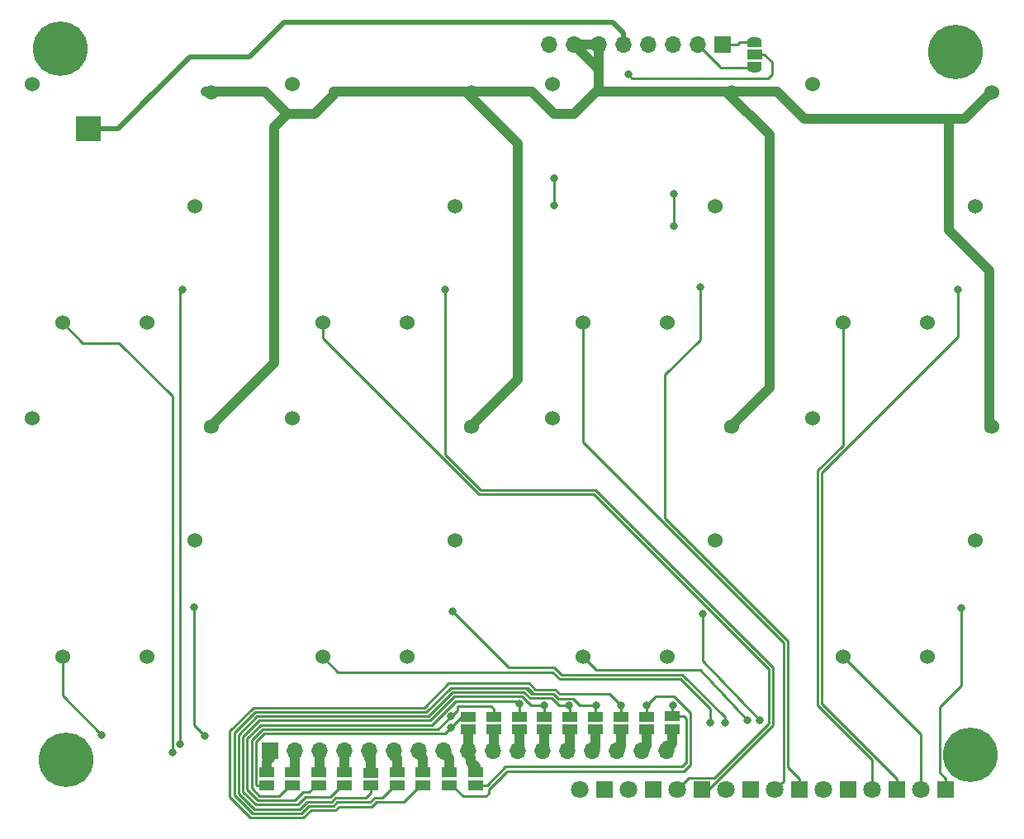
<source format=gbr>
%TF.GenerationSoftware,KiCad,Pcbnew,5.1.4*%
%TF.CreationDate,2019-11-11T15:35:15+01:00*%
%TF.ProjectId,balancer,62616c61-6e63-4657-922e-6b696361645f,rev?*%
%TF.SameCoordinates,Original*%
%TF.FileFunction,Copper,L2,Bot*%
%TF.FilePolarity,Positive*%
%FSLAX46Y46*%
G04 Gerber Fmt 4.6, Leading zero omitted, Abs format (unit mm)*
G04 Created by KiCad (PCBNEW 5.1.4) date 2019-11-11 15:35:15*
%MOMM*%
%LPD*%
G04 APERTURE LIST*
%ADD10C,1.524000*%
%ADD11C,1.800000*%
%ADD12R,1.800000X1.800000*%
%ADD13C,5.600000*%
%ADD14R,2.500000X2.500000*%
%ADD15R,1.500000X1.000000*%
%ADD16C,0.500000*%
%ADD17C,0.100000*%
%ADD18O,1.700000X1.700000*%
%ADD19R,1.700000X1.700000*%
%ADD20C,0.800000*%
%ADD21C,0.250000*%
%ADD22C,1.000000*%
%ADD23C,0.500000*%
G04 APERTURE END LIST*
D10*
X163893500Y-65403200D03*
X158957500Y-77293200D03*
X150297500Y-77293200D03*
X165597700Y-53697200D03*
X147152500Y-52844800D03*
D11*
X149978400Y-125254700D03*
D12*
X152518400Y-125254700D03*
D11*
X154978400Y-125254700D03*
D12*
X157518400Y-125254700D03*
D11*
X159978400Y-125254700D03*
D12*
X162518400Y-125254700D03*
D11*
X164978400Y-125254700D03*
D12*
X167518400Y-125254700D03*
D11*
X169978400Y-125254700D03*
D12*
X172518400Y-125254700D03*
D11*
X174978400Y-125254700D03*
D12*
X177518400Y-125254700D03*
D11*
X179978400Y-125254700D03*
D12*
X182518400Y-125254700D03*
D11*
X184978400Y-125254700D03*
D12*
X187518400Y-125254700D03*
D13*
X189992000Y-121666000D03*
X97282000Y-122174000D03*
X96735900Y-49202340D03*
X188468000Y-49530000D03*
D10*
X190563500Y-65403200D03*
X185627500Y-77293200D03*
X176967500Y-77293200D03*
X192267700Y-53697200D03*
X173822500Y-52844800D03*
X110553500Y-65403200D03*
X105617500Y-77293200D03*
X96957500Y-77293200D03*
X112257700Y-53697200D03*
X93812500Y-52844800D03*
D14*
X99568000Y-57404000D03*
D15*
X167894000Y-49814000D03*
D16*
X167894000Y-48514000D03*
D17*
G36*
X167144602Y-48514000D02*
G01*
X167144602Y-48489466D01*
X167149412Y-48440635D01*
X167158984Y-48392510D01*
X167173228Y-48345555D01*
X167192005Y-48300222D01*
X167215136Y-48256949D01*
X167242396Y-48216150D01*
X167273524Y-48178221D01*
X167308221Y-48143524D01*
X167346150Y-48112396D01*
X167386949Y-48085136D01*
X167430222Y-48062005D01*
X167475555Y-48043228D01*
X167522510Y-48028984D01*
X167570635Y-48019412D01*
X167619466Y-48014602D01*
X167644000Y-48014602D01*
X167644000Y-48014000D01*
X168144000Y-48014000D01*
X168144000Y-48014602D01*
X168168534Y-48014602D01*
X168217365Y-48019412D01*
X168265490Y-48028984D01*
X168312445Y-48043228D01*
X168357778Y-48062005D01*
X168401051Y-48085136D01*
X168441850Y-48112396D01*
X168479779Y-48143524D01*
X168514476Y-48178221D01*
X168545604Y-48216150D01*
X168572864Y-48256949D01*
X168595995Y-48300222D01*
X168614772Y-48345555D01*
X168629016Y-48392510D01*
X168638588Y-48440635D01*
X168643398Y-48489466D01*
X168643398Y-48514000D01*
X168644000Y-48514000D01*
X168644000Y-49064000D01*
X167144000Y-49064000D01*
X167144000Y-48514000D01*
X167144602Y-48514000D01*
X167144602Y-48514000D01*
G37*
D16*
X167894000Y-51114000D03*
D17*
G36*
X168644000Y-50564000D02*
G01*
X168644000Y-51114000D01*
X168643398Y-51114000D01*
X168643398Y-51138534D01*
X168638588Y-51187365D01*
X168629016Y-51235490D01*
X168614772Y-51282445D01*
X168595995Y-51327778D01*
X168572864Y-51371051D01*
X168545604Y-51411850D01*
X168514476Y-51449779D01*
X168479779Y-51484476D01*
X168441850Y-51515604D01*
X168401051Y-51542864D01*
X168357778Y-51565995D01*
X168312445Y-51584772D01*
X168265490Y-51599016D01*
X168217365Y-51608588D01*
X168168534Y-51613398D01*
X168144000Y-51613398D01*
X168144000Y-51614000D01*
X167644000Y-51614000D01*
X167644000Y-51613398D01*
X167619466Y-51613398D01*
X167570635Y-51608588D01*
X167522510Y-51599016D01*
X167475555Y-51584772D01*
X167430222Y-51565995D01*
X167386949Y-51542864D01*
X167346150Y-51515604D01*
X167308221Y-51484476D01*
X167273524Y-51449779D01*
X167242396Y-51411850D01*
X167215136Y-51371051D01*
X167192005Y-51327778D01*
X167173228Y-51282445D01*
X167158984Y-51235490D01*
X167149412Y-51187365D01*
X167144602Y-51138534D01*
X167144602Y-51114000D01*
X167144000Y-51114000D01*
X167144000Y-50564000D01*
X168644000Y-50564000D01*
X168644000Y-50564000D01*
G37*
D10*
X137223500Y-65403200D03*
X132287500Y-77293200D03*
X123627500Y-77293200D03*
X138927700Y-53697200D03*
X120482500Y-52844800D03*
X190563500Y-99693200D03*
X185627500Y-111583200D03*
X176967500Y-111583200D03*
X192267700Y-87987200D03*
X173822500Y-87134800D03*
X110553500Y-99693200D03*
X105617500Y-111583200D03*
X96957500Y-111583200D03*
X112257700Y-87987200D03*
X93812500Y-87134800D03*
X137223500Y-99693200D03*
X132287500Y-111583200D03*
X123627500Y-111583200D03*
X138927700Y-87987200D03*
X120482500Y-87134800D03*
X163893500Y-99693200D03*
X158957500Y-111583200D03*
X150297500Y-111583200D03*
X165597700Y-87987200D03*
X147152500Y-87134800D03*
D15*
X146380200Y-117749800D03*
X146380200Y-119049800D03*
X117881400Y-124764800D03*
X117881400Y-123464800D03*
X128574800Y-124794800D03*
X128574800Y-123494800D03*
X151561800Y-117749800D03*
X151561800Y-119049800D03*
X141198600Y-117764800D03*
X141198600Y-119064800D03*
X125882400Y-124764800D03*
X125882400Y-123464800D03*
X133934200Y-124779800D03*
X133934200Y-123479800D03*
X156819600Y-117739400D03*
X156819600Y-119039400D03*
X138582400Y-117775200D03*
X138582400Y-119075200D03*
X120523000Y-124764800D03*
X120523000Y-123464800D03*
D18*
X158877000Y-121208800D03*
X156337000Y-121208800D03*
X153797000Y-121208800D03*
X151257000Y-121208800D03*
X148717000Y-121208800D03*
X146177000Y-121208800D03*
X143637000Y-121208800D03*
X141097000Y-121208800D03*
X138557000Y-121208800D03*
X136017000Y-121208800D03*
X133477000Y-121208800D03*
X130937000Y-121208800D03*
X128397000Y-121208800D03*
X125857000Y-121208800D03*
X123317000Y-121208800D03*
X120777000Y-121208800D03*
D19*
X118237000Y-121208800D03*
D15*
X154178000Y-117749800D03*
X154178000Y-119049800D03*
X123215400Y-124764800D03*
X123215400Y-123464800D03*
X143789400Y-117749800D03*
X143789400Y-119049800D03*
X136626600Y-124779800D03*
X136626600Y-123479800D03*
X131267200Y-124790200D03*
X131267200Y-123490200D03*
X159486600Y-117724400D03*
X159486600Y-119024400D03*
X139293600Y-124764800D03*
X139293600Y-123464800D03*
X148971000Y-117739400D03*
X148971000Y-119039400D03*
D18*
X146812000Y-48768000D03*
X149352000Y-48768000D03*
X151892000Y-48768000D03*
X154432000Y-48768000D03*
X156972000Y-48768000D03*
X159512000Y-48768000D03*
X162052000Y-48768000D03*
D19*
X164592000Y-48768000D03*
D20*
X189128400Y-106603800D03*
X188722000Y-73914000D03*
X167132000Y-118110000D03*
X162560000Y-107188000D03*
X168409635Y-118102365D03*
X162306000Y-73660000D03*
X163322000Y-118364000D03*
X136906000Y-106934000D03*
X164846000Y-118364000D03*
X136144000Y-73914000D03*
X100990400Y-119608600D03*
X110472220Y-106519980D03*
X111582200Y-119748300D03*
X108254800Y-121386600D03*
X109298740Y-73941940D03*
X109016800Y-120611900D03*
X149860000Y-55372000D03*
X147320000Y-62484000D03*
X147320000Y-65278000D03*
X154940000Y-51816000D03*
X159512000Y-116586000D03*
X156845000Y-116586000D03*
X154178000Y-116586000D03*
X151638000Y-116586000D03*
X148920200Y-116611400D03*
X146380200Y-116586000D03*
X143789400Y-116459000D03*
X136779000Y-117729000D03*
X136779000Y-118872000D03*
X159634347Y-67441653D03*
X159639000Y-64135000D03*
D21*
X184978400Y-119594100D02*
X176967500Y-111583200D01*
X184978400Y-125254700D02*
X184978400Y-119594100D01*
X186866999Y-123453299D02*
X186866999Y-116802701D01*
X187518400Y-125254700D02*
X187518400Y-124104700D01*
X187518400Y-124104700D02*
X186866999Y-123453299D01*
X186866999Y-116802701D02*
X189128400Y-114541300D01*
X189128400Y-114541300D02*
X189128400Y-106603800D01*
X176967500Y-88029400D02*
X176967500Y-77293200D01*
X179978400Y-122201110D02*
X174371890Y-116594600D01*
X174371891Y-92491799D02*
X176967500Y-89896190D01*
X179978400Y-125254700D02*
X179978400Y-122201110D01*
X174371890Y-116594600D02*
X174371891Y-92491799D01*
X176967500Y-89896190D02*
X176967500Y-88029400D01*
X182518400Y-124104700D02*
X174821900Y-116408200D01*
X182518400Y-125254700D02*
X182518400Y-124104700D01*
X174821900Y-116408200D02*
X174821900Y-92678200D01*
X188722000Y-78778100D02*
X188722000Y-73914000D01*
X174821900Y-92678200D02*
X188722000Y-78778100D01*
X151059499Y-112345199D02*
X150297500Y-111583200D01*
X162330933Y-112978733D02*
X151693033Y-112978733D01*
X151693033Y-112978733D02*
X151059499Y-112345199D01*
X167132000Y-118110000D02*
X162330933Y-112978733D01*
X168409635Y-118102365D02*
X162560000Y-112041281D01*
X162560000Y-112041281D02*
X162560000Y-107188000D01*
X150297500Y-78370830D02*
X150297500Y-77293200D01*
X150297500Y-89567510D02*
X150297500Y-78370830D01*
X170878399Y-110148409D02*
X150297500Y-89567510D01*
X170878399Y-124354701D02*
X170878399Y-110148409D01*
X169978400Y-125254700D02*
X170878399Y-124354701D01*
X162306000Y-79070200D02*
X162306000Y-73660000D01*
X158724600Y-82651600D02*
X162306000Y-79070200D01*
X172518400Y-125254700D02*
X172518400Y-124104700D01*
X172518400Y-124104700D02*
X171328409Y-122914709D01*
X158724600Y-97358200D02*
X158724600Y-82651600D01*
X171328409Y-122914709D02*
X171328409Y-109962009D01*
X171328409Y-109962009D02*
X158724600Y-97358200D01*
X163322000Y-116910725D02*
X163322000Y-118364000D01*
X160290028Y-113878753D02*
X163322000Y-116910725D01*
X147914753Y-113878753D02*
X160290028Y-113878753D01*
X125214000Y-113169700D02*
X147205700Y-113169700D01*
X147205700Y-113169700D02*
X147914753Y-113878753D01*
X123627500Y-111583200D02*
X125214000Y-113169700D01*
X164846000Y-118364000D02*
X164846000Y-117798315D01*
X147392100Y-112719690D02*
X142691690Y-112719690D01*
X164846000Y-117798315D02*
X160476428Y-113428743D01*
X142691690Y-112719690D02*
X136906000Y-106934000D01*
X160476428Y-113428743D02*
X148101153Y-113428743D01*
X148101153Y-113428743D02*
X147392100Y-112719690D01*
X161203401Y-124029699D02*
X161542501Y-124029699D01*
X159978400Y-125254700D02*
X161203401Y-124029699D01*
X161542501Y-124029699D02*
X161910801Y-124029699D01*
X139640599Y-94950709D02*
X123627500Y-78937610D01*
X151395712Y-94950710D02*
X139640599Y-94950709D01*
X123627500Y-78370830D02*
X123627500Y-77293200D01*
X169335323Y-118439604D02*
X169335323Y-112890321D01*
X123627500Y-78937610D02*
X123627500Y-78370830D01*
X169335323Y-112890321D02*
X151395712Y-94950710D01*
X163745228Y-124029699D02*
X169335323Y-118439604D01*
X161203401Y-124029699D02*
X163745228Y-124029699D01*
X169785332Y-112703920D02*
X151582112Y-94500700D01*
X169785333Y-118634765D02*
X169785332Y-112703920D01*
X162518400Y-125254700D02*
X163165398Y-125254700D01*
X163165398Y-125254700D02*
X169785333Y-118634765D01*
X151582112Y-94500700D02*
X139827000Y-94500700D01*
X136144000Y-90817700D02*
X136144000Y-73914000D01*
X139827000Y-94500700D02*
X136144000Y-90817700D01*
X96957500Y-111583200D02*
X96957500Y-115575700D01*
X96957500Y-115575700D02*
X100990400Y-119608600D01*
X110472220Y-118638320D02*
X110472220Y-106519980D01*
X111582200Y-119748300D02*
X110472220Y-118638320D01*
X108254800Y-121386600D02*
X108254800Y-84861400D01*
X108254800Y-84861400D02*
X102781100Y-79387700D01*
X99052000Y-79387700D02*
X96957500Y-77293200D01*
X102781100Y-79387700D02*
X99052000Y-79387700D01*
X109016800Y-74223880D02*
X109298740Y-73941940D01*
X109016800Y-120611900D02*
X109016800Y-74223880D01*
D22*
X170180000Y-53594000D02*
X164973000Y-53594000D01*
X172974000Y-56388000D02*
X170180000Y-53594000D01*
X164973000Y-53594000D02*
X151638000Y-53594000D01*
X149352000Y-55880000D02*
X147320000Y-55880000D01*
X147320000Y-55880000D02*
X145034000Y-53594000D01*
X145034000Y-53594000D02*
X138303000Y-53594000D01*
X138303000Y-53594000D02*
X124714000Y-53594000D01*
X124714000Y-53594000D02*
X124714000Y-53975000D01*
X124714000Y-53975000D02*
X122809000Y-55880000D01*
X122809000Y-55880000D02*
X120015000Y-55880000D01*
X118618000Y-57277000D02*
X120015000Y-55880000D01*
X118618000Y-61595000D02*
X118618000Y-57277000D01*
X118618000Y-61595000D02*
X118618000Y-80899000D01*
X143637000Y-58928000D02*
X138303000Y-53594000D01*
X169418000Y-58039000D02*
X164973000Y-53594000D01*
X187833000Y-67818000D02*
X187833000Y-56388000D01*
X187833000Y-56388000D02*
X172974000Y-56388000D01*
X143637000Y-82550000D02*
X143637000Y-62611000D01*
X143637000Y-62611000D02*
X143637000Y-58928000D01*
X151638000Y-53594000D02*
X151892000Y-53340000D01*
X151892000Y-51308000D02*
X149352000Y-48768000D01*
X151892000Y-52578000D02*
X151892000Y-48768000D01*
X151892000Y-52578000D02*
X151892000Y-51308000D01*
X151892000Y-53340000D02*
X151892000Y-52578000D01*
X149352000Y-48768000D02*
X151892000Y-48768000D01*
X117729000Y-53594000D02*
X111633000Y-53594000D01*
X120015000Y-55880000D02*
X117729000Y-53594000D01*
X189433200Y-56388000D02*
X191973200Y-53848000D01*
X187833000Y-56388000D02*
X189433200Y-56388000D01*
X191973200Y-88138000D02*
X191973200Y-71958200D01*
X191973200Y-71958200D02*
X190522860Y-70507860D01*
X190522860Y-70507860D02*
X187833000Y-67818000D01*
X169418000Y-84023200D02*
X165303200Y-88138000D01*
X169418000Y-82773520D02*
X169418000Y-84023200D01*
X169418000Y-82773520D02*
X169418000Y-58039000D01*
X143637000Y-83134200D02*
X143637000Y-82550000D01*
X138633200Y-88138000D02*
X143637000Y-83134200D01*
X118618000Y-81483200D02*
X118618000Y-80899000D01*
X111963200Y-88138000D02*
X118618000Y-81483200D01*
X151638000Y-53594000D02*
X149860000Y-55372000D01*
X149860000Y-55372000D02*
X149352000Y-55880000D01*
D23*
X154432000Y-48768000D02*
X154432000Y-47565919D01*
X154432000Y-47565919D02*
X153348081Y-46482000D01*
X153348081Y-46482000D02*
X119634000Y-46482000D01*
X116078000Y-50038000D02*
X109982000Y-50038000D01*
X119634000Y-46482000D02*
X116078000Y-50038000D01*
D21*
X147320000Y-62484000D02*
X147320000Y-65278000D01*
X105029000Y-54991000D02*
X102616000Y-57404000D01*
D23*
X109982000Y-50038000D02*
X105029000Y-54991000D01*
X102616000Y-57404000D02*
X109982000Y-50038000D01*
X99568000Y-57404000D02*
X102616000Y-57404000D01*
D21*
X164398000Y-51114000D02*
X164338000Y-51054000D01*
X167894000Y-51114000D02*
X164398000Y-51114000D01*
X164338000Y-51054000D02*
X162052000Y-48768000D01*
X164592000Y-48768000D02*
X166116000Y-48768000D01*
X166370000Y-48514000D02*
X167894000Y-48514000D01*
X166116000Y-48768000D02*
X166370000Y-48514000D01*
D22*
X158877000Y-120700800D02*
X159310200Y-120700800D01*
X158877000Y-121208800D02*
X158877000Y-120700800D01*
X159310200Y-120700800D02*
X159486600Y-120524400D01*
X159486600Y-120524400D02*
X159486600Y-119024400D01*
X156819600Y-119039400D02*
X156819600Y-120726200D01*
X156819600Y-120726200D02*
X156337000Y-121208800D01*
X154178000Y-120827800D02*
X153797000Y-121208800D01*
X154178000Y-119049800D02*
X154178000Y-120827800D01*
X151561800Y-120904000D02*
X151257000Y-121208800D01*
X151561800Y-119049800D02*
X151561800Y-120904000D01*
X148971000Y-119039400D02*
X148971000Y-120954800D01*
X148971000Y-120954800D02*
X148717000Y-121208800D01*
X146380200Y-121005600D02*
X146177000Y-121208800D01*
X146380200Y-119049800D02*
X146380200Y-121005600D01*
X143789400Y-121056400D02*
X143637000Y-121208800D01*
X143789400Y-119049800D02*
X143789400Y-121056400D01*
X141198600Y-121107200D02*
X141097000Y-121208800D01*
X141198600Y-119064800D02*
X141198600Y-121107200D01*
X138557000Y-121208800D02*
X138557000Y-121640600D01*
X138582400Y-121183400D02*
X138557000Y-121208800D01*
X138557000Y-121640600D02*
X138811000Y-121894600D01*
X138582400Y-119075200D02*
X138582400Y-121183400D01*
X138811000Y-121894600D02*
X138811000Y-122402600D01*
X138811000Y-122402600D02*
X139293600Y-122885200D01*
X139293600Y-122885200D02*
X139293600Y-123464800D01*
X136017000Y-121691400D02*
X136338200Y-121691400D01*
X136626600Y-121979800D02*
X136626600Y-123479800D01*
X136017000Y-121208800D02*
X136017000Y-121691400D01*
X136338200Y-121691400D02*
X136626600Y-121979800D01*
X133477000Y-121640600D02*
X133595000Y-121640600D01*
X133477000Y-121208800D02*
X133477000Y-121640600D01*
X133595000Y-121640600D02*
X133934200Y-121979800D01*
X133934200Y-121979800D02*
X133934200Y-123479800D01*
X131267200Y-121990200D02*
X131267200Y-123490200D01*
X131120800Y-121843800D02*
X131267200Y-121990200D01*
X130937000Y-121843800D02*
X131120800Y-121843800D01*
X130937000Y-121208800D02*
X130937000Y-121843800D01*
X128397000Y-121208800D02*
X128397000Y-121970800D01*
X128550800Y-121970800D02*
X128574800Y-121994800D01*
X128397000Y-121970800D02*
X128550800Y-121970800D01*
X128574800Y-121994800D02*
X128574800Y-123494800D01*
X125857000Y-123439400D02*
X125882400Y-123464800D01*
X125857000Y-121208800D02*
X125857000Y-123439400D01*
X123317000Y-123363200D02*
X123215400Y-123464800D01*
X123317000Y-121208800D02*
X123317000Y-123363200D01*
X120777000Y-123210800D02*
X120523000Y-123464800D01*
X120777000Y-121208800D02*
X120777000Y-123210800D01*
X117881400Y-122402600D02*
X117881400Y-123464800D01*
X118237000Y-121208800D02*
X118237000Y-122047000D01*
X118237000Y-122047000D02*
X117881400Y-122402600D01*
D21*
X155339999Y-52215999D02*
X169272001Y-52215999D01*
X154940000Y-51816000D02*
X155339999Y-52215999D01*
X169272001Y-52215999D02*
X169672000Y-51816000D01*
X168894000Y-49814000D02*
X167894000Y-49814000D01*
X169672000Y-50592000D02*
X168894000Y-49814000D01*
X169672000Y-51816000D02*
X169672000Y-50592000D01*
X159486600Y-117724400D02*
X160650400Y-117724400D01*
X160650400Y-117724400D02*
X160909000Y-117983000D01*
X160909000Y-117983000D02*
X160909000Y-122478800D01*
X160909000Y-122478800D02*
X160858200Y-122478800D01*
X160858200Y-122478800D02*
X160451800Y-122885200D01*
X160451800Y-122885200D02*
X142367000Y-122885200D01*
X140487400Y-124764800D02*
X139293600Y-124764800D01*
X142367000Y-122885200D02*
X140487400Y-124764800D01*
X159486600Y-116611400D02*
X159512000Y-116586000D01*
X159486600Y-117724400D02*
X159486600Y-116611400D01*
X156819600Y-116611400D02*
X156845000Y-116586000D01*
X156819600Y-117739400D02*
X156819600Y-116611400D01*
X161359010Y-122665200D02*
X160689000Y-123335210D01*
X138017300Y-125920500D02*
X136876600Y-124779800D01*
X140375640Y-125920500D02*
X138017300Y-125920500D01*
X160689000Y-123335210D02*
X145245788Y-123335210D01*
X145245788Y-123335210D02*
X145220818Y-123360180D01*
X142528430Y-123360180D02*
X140673800Y-125214810D01*
X159637582Y-115638580D02*
X161359010Y-117360008D01*
X136876600Y-124779800D02*
X136626600Y-124779800D01*
X140673800Y-125622340D02*
X140375640Y-125920500D01*
X161359010Y-117360008D02*
X161359010Y-122665200D01*
X156845000Y-116586000D02*
X157792420Y-115638580D01*
X145220818Y-123360180D02*
X142528430Y-123360180D01*
X157792420Y-115638580D02*
X159637582Y-115638580D01*
X140673800Y-125214810D02*
X140673800Y-125622340D01*
X154178000Y-117749800D02*
X154178000Y-116586000D01*
X153028390Y-115436390D02*
X153778001Y-116186001D01*
X147475800Y-114960980D02*
X147951210Y-115436390D01*
X153778001Y-116186001D02*
X154178000Y-116586000D01*
X145442389Y-114960979D02*
X147475800Y-114960980D01*
X136560596Y-114328762D02*
X144810173Y-114328763D01*
X116535402Y-116806942D02*
X134082416Y-116806942D01*
X114106345Y-119235999D02*
X116535402Y-116806942D01*
X131979190Y-126484810D02*
X129193000Y-126484810D01*
X134082416Y-116806942D02*
X136560596Y-114328762D01*
X133684200Y-124779800D02*
X131979190Y-126484810D01*
X122428402Y-127359428D02*
X121655382Y-128132446D01*
X147951210Y-115436390D02*
X153028390Y-115436390D01*
X121655382Y-128132446D02*
X116231997Y-128132446D01*
X129193000Y-126484810D02*
X128692190Y-126985620D01*
X144810173Y-114328763D02*
X145442389Y-114960979D01*
X133934200Y-124779800D02*
X133684200Y-124779800D01*
X128692190Y-126985620D02*
X125320810Y-126985620D01*
X124947002Y-127359428D02*
X122428402Y-127359428D01*
X116231997Y-128132446D02*
X114106344Y-126006789D01*
X125320810Y-126985620D02*
X124947002Y-127359428D01*
X114106344Y-126006789D02*
X114106345Y-119235999D01*
X131017200Y-124790200D02*
X131267200Y-124790200D01*
X129772600Y-126034800D02*
X131017200Y-124790200D01*
X121468983Y-127682437D02*
X122242002Y-126909418D01*
X114556354Y-119422400D02*
X114556353Y-125820390D01*
X122242002Y-126909418D02*
X124760602Y-126909418D01*
X128505790Y-126535610D02*
X129006600Y-126034800D01*
X114556353Y-125820390D02*
X116418398Y-127682438D01*
X116418398Y-127682438D02*
X121468983Y-127682437D01*
X124760602Y-126909418D02*
X125134410Y-126535610D01*
X129006600Y-126034800D02*
X129772600Y-126034800D01*
X125134410Y-126535610D02*
X128505790Y-126535610D01*
X149268201Y-115886399D02*
X147764809Y-115886399D01*
X151638000Y-116586000D02*
X149967802Y-116586000D01*
X149967802Y-116586000D02*
X149268201Y-115886399D01*
X147764809Y-115886399D02*
X147289399Y-115410989D01*
X145087211Y-115410989D02*
X144454994Y-114778772D01*
X144623772Y-114778772D02*
X136746996Y-114778772D01*
X145255989Y-115410989D02*
X144623772Y-114778772D01*
X145255989Y-115410989D02*
X145087211Y-115410989D01*
X147289399Y-115410989D02*
X145255989Y-115410989D01*
X116721802Y-117256952D02*
X114556354Y-119422400D01*
X134268816Y-117256952D02*
X116721802Y-117256952D01*
X136746996Y-114778772D02*
X134268816Y-117256952D01*
X151561800Y-116662200D02*
X151638000Y-116586000D01*
X151561800Y-117749800D02*
X151561800Y-116662200D01*
X128574800Y-125544800D02*
X128574800Y-124794800D01*
X126309400Y-126060200D02*
X128059400Y-126060200D01*
X124948010Y-126085600D02*
X126284000Y-126085600D01*
X128059400Y-126060200D02*
X128574800Y-125544800D01*
X122055600Y-126459410D02*
X124574201Y-126459409D01*
X116604797Y-127232429D02*
X121282582Y-127232428D01*
X126284000Y-126085600D02*
X126309400Y-126060200D01*
X115006363Y-119608799D02*
X115006362Y-125633990D01*
X124574201Y-126459409D02*
X124948010Y-126085600D01*
X121282582Y-127232428D02*
X122055600Y-126459410D01*
X115006362Y-125633990D02*
X116604797Y-127232429D01*
X148971000Y-116662200D02*
X148920200Y-116611400D01*
X148971000Y-117739400D02*
X148971000Y-116662200D01*
X140374780Y-115228780D02*
X144268593Y-115228781D01*
X144900811Y-115860999D02*
X147102999Y-115860999D01*
X144268593Y-115228781D02*
X144900811Y-115860999D01*
X147853400Y-116611400D02*
X148920200Y-116611400D01*
X147102999Y-115860999D02*
X147853400Y-116611400D01*
X140295220Y-115228780D02*
X136933397Y-115228781D01*
X116908200Y-117706962D02*
X115006363Y-119608799D01*
X134455216Y-117706962D02*
X116908200Y-117706962D01*
X136933397Y-115228781D02*
X134455216Y-117706962D01*
X116791197Y-126782419D02*
X121096181Y-126782419D01*
X115456371Y-125447590D02*
X116791197Y-126782419D01*
X115456372Y-119795198D02*
X115456371Y-125447590D01*
X125632400Y-124764800D02*
X125882400Y-124764800D01*
X124387800Y-126009400D02*
X125632400Y-124764800D01*
X121869200Y-126009400D02*
X124387800Y-126009400D01*
X121096181Y-126782419D02*
X121869200Y-126009400D01*
X117094598Y-118156972D02*
X115456372Y-119795198D01*
X134641616Y-118156972D02*
X117094598Y-118156972D01*
X137119798Y-115678790D02*
X134641616Y-118156972D01*
X146380200Y-117749800D02*
X146380200Y-116586000D01*
X144989402Y-116586000D02*
X145814515Y-116586000D01*
X142856790Y-115678790D02*
X144082192Y-115678790D01*
X145814515Y-116586000D02*
X146380200Y-116586000D01*
X144082192Y-115678790D02*
X144989402Y-116586000D01*
X142856790Y-115678790D02*
X137119798Y-115678790D01*
X115906381Y-119981597D02*
X115906380Y-125261190D01*
X115906380Y-125261190D02*
X116977597Y-126332409D01*
X116977597Y-126332409D02*
X120790393Y-126332409D01*
X137306198Y-116128800D02*
X134828018Y-118606980D01*
X143789400Y-116128800D02*
X137306198Y-116128800D01*
X117280997Y-118606981D02*
X115906381Y-119981597D01*
X134828018Y-118606980D02*
X117280997Y-118606981D01*
X143789400Y-117749800D02*
X143789400Y-116459000D01*
X122210459Y-125519741D02*
X122965400Y-124764800D01*
X122965400Y-124764800D02*
X123215400Y-124764800D01*
X121603061Y-125519741D02*
X122210459Y-125519741D01*
X120790393Y-126332409D02*
X121603061Y-125519741D01*
X117163998Y-125882400D02*
X119155400Y-125882400D01*
X116356389Y-125074791D02*
X117163998Y-125882400D01*
X119155400Y-125882400D02*
X120273000Y-124764800D01*
X120273000Y-124764800D02*
X120523000Y-124764800D01*
X116356390Y-120167998D02*
X116356389Y-125074791D01*
X141198600Y-117014800D02*
X140896800Y-116713000D01*
X141198600Y-117764800D02*
X141198600Y-117014800D01*
X137541000Y-116713000D02*
X137414000Y-116713000D01*
X140896800Y-116713000D02*
X137541000Y-116713000D01*
X137414000Y-117094000D02*
X136652000Y-117856000D01*
X137414000Y-116713000D02*
X137414000Y-117094000D01*
X135451010Y-119056990D02*
X117467398Y-119056990D01*
X136652000Y-117856000D02*
X135451010Y-119056990D01*
X117467398Y-119056990D02*
X116484194Y-120040194D01*
X116484194Y-120040194D02*
X116356390Y-120167998D01*
X117881400Y-124764800D02*
X116881400Y-124764800D01*
X116881400Y-124764800D02*
X116806399Y-124689799D01*
X138582400Y-117775200D02*
X137875800Y-117775200D01*
X137875800Y-117775200D02*
X136779000Y-118872000D01*
X116806399Y-120354399D02*
X117653798Y-119507000D01*
X116806399Y-120556601D02*
X116806399Y-120354399D01*
X116806399Y-124689799D02*
X116806399Y-120556601D01*
X136144000Y-119507000D02*
X136779000Y-118872000D01*
X117653798Y-119507000D02*
X136144000Y-119507000D01*
X159634347Y-67441653D02*
X159634347Y-64139653D01*
X159634347Y-64139653D02*
X159639000Y-64135000D01*
M02*

</source>
